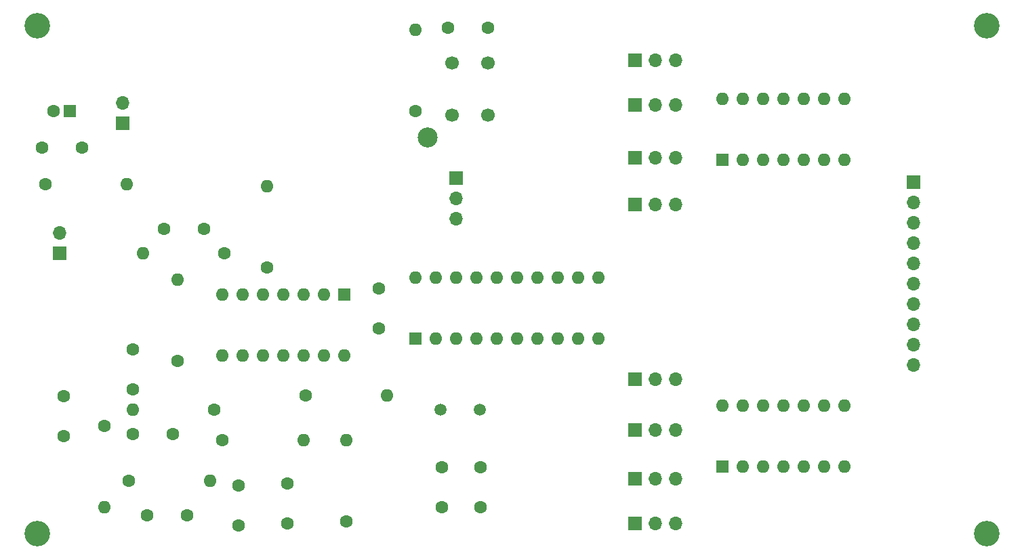
<source format=gbr>
%TF.GenerationSoftware,KiCad,Pcbnew,(6.0.0)*%
%TF.CreationDate,2022-01-24T17:50:55-05:00*%
%TF.ProjectId,VCP200 better,56435032-3030-4206-9265-747465722e6b,rev?*%
%TF.SameCoordinates,Original*%
%TF.FileFunction,Soldermask,Bot*%
%TF.FilePolarity,Negative*%
%FSLAX46Y46*%
G04 Gerber Fmt 4.6, Leading zero omitted, Abs format (unit mm)*
G04 Created by KiCad (PCBNEW (6.0.0)) date 2022-01-24 17:50:55*
%MOMM*%
%LPD*%
G01*
G04 APERTURE LIST*
%ADD10C,1.600000*%
%ADD11R,1.700000X1.700000*%
%ADD12O,1.700000X1.700000*%
%ADD13C,3.200000*%
%ADD14C,2.500000*%
%ADD15O,1.600000X1.600000*%
%ADD16C,1.700000*%
%ADD17R,1.600000X1.600000*%
%ADD18C,1.500000*%
G04 APERTURE END LIST*
D10*
%TO.C,C1*%
X118359000Y-107228000D03*
X118359000Y-112228000D03*
%TD*%
%TO.C,C5*%
X135885000Y-86360000D03*
X130885000Y-86360000D03*
%TD*%
D11*
%TO.C,J1*%
X125725000Y-73157000D03*
D12*
X125725000Y-70617000D03*
%TD*%
D11*
%TO.C,MIC1*%
X117851000Y-89413000D03*
D12*
X117851000Y-86873000D03*
%TD*%
D13*
%TO.C,H1*%
X233680000Y-60960000D03*
%TD*%
D10*
%TO.C,C6*%
X140203000Y-123404000D03*
X140203000Y-118404000D03*
%TD*%
%TO.C,C3*%
X132035000Y-112014000D03*
X127035000Y-112014000D03*
%TD*%
%TO.C,C13*%
X166410000Y-61214000D03*
X171410000Y-61214000D03*
%TD*%
D14*
%TO.C,/RESET*%
X163830000Y-74930000D03*
%TD*%
D13*
%TO.C,H2*%
X233680000Y-124460000D03*
%TD*%
D10*
%TO.C,R6*%
X132583000Y-102870000D03*
D15*
X132583000Y-92710000D03*
%TD*%
D16*
%TO.C,SW1*%
X166914000Y-72084000D03*
X166914000Y-65584000D03*
X171414000Y-72084000D03*
X171414000Y-65584000D03*
%TD*%
D10*
%TO.C,R1*%
X116073000Y-80772000D03*
D15*
X126233000Y-80772000D03*
%TD*%
D17*
%TO.C,IC4*%
X200655000Y-116068000D03*
D15*
X203195000Y-116068000D03*
X205735000Y-116068000D03*
X208275000Y-116068000D03*
X210815000Y-116068000D03*
X213355000Y-116068000D03*
X215895000Y-116068000D03*
X215895000Y-108448000D03*
X213355000Y-108448000D03*
X210815000Y-108448000D03*
X208275000Y-108448000D03*
X205735000Y-108448000D03*
X203195000Y-108448000D03*
X200655000Y-108448000D03*
%TD*%
D10*
%TO.C,C10*%
X170434000Y-121118000D03*
X170434000Y-116118000D03*
%TD*%
%TO.C,R5*%
X143759000Y-91186000D03*
D15*
X143759000Y-81026000D03*
%TD*%
D11*
%TO.C,JU1*%
X167386000Y-80010000D03*
D12*
X167386000Y-82550000D03*
X167386000Y-85090000D03*
%TD*%
D10*
%TO.C,R10*%
X148585000Y-107188000D03*
D15*
X158745000Y-107188000D03*
%TD*%
D10*
%TO.C,R3*%
X126487000Y-117856000D03*
D15*
X136647000Y-117856000D03*
%TD*%
D11*
%TO.C,J2*%
X224536000Y-80518000D03*
D12*
X224536000Y-83058000D03*
X224536000Y-85598000D03*
X224536000Y-88138000D03*
X224536000Y-90678000D03*
X224536000Y-93218000D03*
X224536000Y-95758000D03*
X224536000Y-98298000D03*
X224536000Y-100838000D03*
X224536000Y-103378000D03*
%TD*%
D17*
%TO.C,IC5*%
X200655000Y-77714000D03*
D15*
X203195000Y-77714000D03*
X205735000Y-77714000D03*
X208275000Y-77714000D03*
X210815000Y-77714000D03*
X213355000Y-77714000D03*
X215895000Y-77714000D03*
X215895000Y-70094000D03*
X213355000Y-70094000D03*
X210815000Y-70094000D03*
X208275000Y-70094000D03*
X205735000Y-70094000D03*
X203195000Y-70094000D03*
X200655000Y-70094000D03*
%TD*%
D13*
%TO.C,H3*%
X115062000Y-60960000D03*
%TD*%
D11*
%TO.C,JU7*%
X189753000Y-83312000D03*
D12*
X192293000Y-83312000D03*
X194833000Y-83312000D03*
%TD*%
D13*
%TO.C,H4*%
X115062000Y-124460000D03*
%TD*%
D18*
%TO.C,XTAL1*%
X170344000Y-108966000D03*
X165464000Y-108966000D03*
%TD*%
D11*
%TO.C,JU4*%
X189768000Y-117602000D03*
D12*
X192308000Y-117602000D03*
X194848000Y-117602000D03*
%TD*%
D17*
%TO.C,C11*%
X119121000Y-71628000D03*
D10*
X117121000Y-71628000D03*
%TD*%
D11*
%TO.C,JU6*%
X189738000Y-105156000D03*
D12*
X192278000Y-105156000D03*
X194818000Y-105156000D03*
%TD*%
D11*
%TO.C,JU8*%
X189753000Y-77470000D03*
D12*
X192293000Y-77470000D03*
X194833000Y-77470000D03*
%TD*%
D10*
%TO.C,R7*%
X138425000Y-89408000D03*
D15*
X128265000Y-89408000D03*
%TD*%
D17*
%TO.C,IC3*%
X162306000Y-100076000D03*
D15*
X164846000Y-100076000D03*
X167386000Y-100076000D03*
X169926000Y-100076000D03*
X172466000Y-100076000D03*
X175006000Y-100076000D03*
X177546000Y-100076000D03*
X180086000Y-100076000D03*
X182626000Y-100076000D03*
X185166000Y-100076000D03*
X185166000Y-92456000D03*
X182626000Y-92456000D03*
X180086000Y-92456000D03*
X177546000Y-92456000D03*
X175006000Y-92456000D03*
X172466000Y-92456000D03*
X169926000Y-92456000D03*
X167386000Y-92456000D03*
X164846000Y-92456000D03*
X162306000Y-92456000D03*
%TD*%
D11*
%TO.C,JU9*%
X189753000Y-70866000D03*
D12*
X192293000Y-70866000D03*
X194833000Y-70866000D03*
%TD*%
D10*
%TO.C,C12*%
X115665887Y-76200000D03*
X120665887Y-76200000D03*
%TD*%
D17*
%TO.C,IC1*%
X153416000Y-94498000D03*
D15*
X150876000Y-94498000D03*
X148336000Y-94498000D03*
X145796000Y-94498000D03*
X143256000Y-94498000D03*
X140716000Y-94498000D03*
X138176000Y-94498000D03*
X138176000Y-102118000D03*
X140716000Y-102118000D03*
X143256000Y-102118000D03*
X145796000Y-102118000D03*
X148336000Y-102118000D03*
X150876000Y-102118000D03*
X153416000Y-102118000D03*
%TD*%
D11*
%TO.C,JU3*%
X189768000Y-123190000D03*
D12*
X192308000Y-123190000D03*
X194848000Y-123190000D03*
%TD*%
D10*
%TO.C,R11*%
X162306000Y-71628000D03*
D15*
X162306000Y-61468000D03*
%TD*%
D10*
%TO.C,R4*%
X137155000Y-108966000D03*
D15*
X126995000Y-108966000D03*
%TD*%
D10*
%TO.C,C7*%
X146299000Y-123150000D03*
X146299000Y-118150000D03*
%TD*%
D11*
%TO.C,JU5*%
X189753000Y-111506000D03*
D12*
X192293000Y-111506000D03*
X194833000Y-111506000D03*
%TD*%
D11*
%TO.C,JU10*%
X189753000Y-65278000D03*
D12*
X192293000Y-65278000D03*
X194833000Y-65278000D03*
%TD*%
D10*
%TO.C,R8*%
X138171000Y-112776000D03*
D15*
X148331000Y-112776000D03*
%TD*%
D10*
%TO.C,R9*%
X153665000Y-122936000D03*
D15*
X153665000Y-112776000D03*
%TD*%
D10*
%TO.C,C9*%
X165608000Y-121118000D03*
X165608000Y-116118000D03*
%TD*%
%TO.C,C4*%
X126995000Y-106386000D03*
X126995000Y-101386000D03*
%TD*%
%TO.C,C2*%
X128813000Y-122174000D03*
X133813000Y-122174000D03*
%TD*%
%TO.C,R2*%
X123439000Y-110998000D03*
D15*
X123439000Y-121158000D03*
%TD*%
D10*
%TO.C,C8*%
X157734000Y-98766000D03*
X157734000Y-93766000D03*
%TD*%
M02*

</source>
